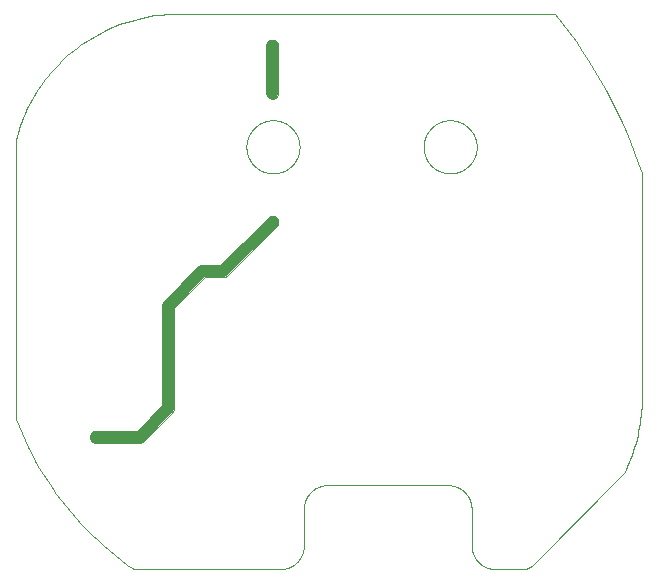
<source format=gko>
G75*
%MOIN*%
%OFA0B0*%
%FSLAX25Y25*%
%IPPOS*%
%LPD*%
%AMOC8*
5,1,8,0,0,1.08239X$1,22.5*
%
%ADD10C,0.03937*%
%ADD11C,0.00000*%
D10*
X0028938Y0047165D02*
X0043505Y0047165D01*
X0052954Y0056614D01*
X0052954Y0090866D01*
X0064371Y0102283D01*
X0071245Y0102283D01*
X0087781Y0118819D01*
X0087694Y0161839D02*
X0087694Y0177587D01*
D11*
X0090356Y0003071D02*
X0041537Y0003071D01*
X0043477Y0045197D02*
X0028938Y0045197D01*
X0028938Y0045196D02*
X0028852Y0045198D01*
X0028766Y0045203D01*
X0028681Y0045213D01*
X0028596Y0045226D01*
X0028512Y0045243D01*
X0028428Y0045263D01*
X0028346Y0045287D01*
X0028265Y0045315D01*
X0028184Y0045346D01*
X0028106Y0045380D01*
X0028029Y0045418D01*
X0027953Y0045460D01*
X0027880Y0045504D01*
X0027809Y0045552D01*
X0027739Y0045603D01*
X0027672Y0045657D01*
X0027608Y0045713D01*
X0027546Y0045773D01*
X0027486Y0045835D01*
X0027430Y0045899D01*
X0027376Y0045966D01*
X0027325Y0046036D01*
X0027277Y0046107D01*
X0027233Y0046181D01*
X0027191Y0046256D01*
X0027153Y0046333D01*
X0027119Y0046411D01*
X0027088Y0046492D01*
X0027060Y0046573D01*
X0027036Y0046655D01*
X0027016Y0046739D01*
X0026999Y0046823D01*
X0026986Y0046908D01*
X0026976Y0046993D01*
X0026971Y0047079D01*
X0026969Y0047165D01*
X0026971Y0047251D01*
X0026976Y0047337D01*
X0026986Y0047422D01*
X0026999Y0047507D01*
X0027016Y0047591D01*
X0027036Y0047675D01*
X0027060Y0047757D01*
X0027088Y0047838D01*
X0027119Y0047919D01*
X0027153Y0047997D01*
X0027191Y0048074D01*
X0027233Y0048150D01*
X0027277Y0048223D01*
X0027325Y0048294D01*
X0027376Y0048364D01*
X0027430Y0048431D01*
X0027486Y0048495D01*
X0027546Y0048557D01*
X0027608Y0048617D01*
X0027672Y0048673D01*
X0027739Y0048727D01*
X0027809Y0048778D01*
X0027880Y0048826D01*
X0027954Y0048870D01*
X0028029Y0048912D01*
X0028106Y0048950D01*
X0028184Y0048984D01*
X0028265Y0049015D01*
X0028346Y0049043D01*
X0028428Y0049067D01*
X0028512Y0049087D01*
X0028596Y0049104D01*
X0028681Y0049117D01*
X0028766Y0049127D01*
X0028852Y0049132D01*
X0028938Y0049134D01*
X0042718Y0049134D01*
X0050986Y0057401D01*
X0050986Y0090838D01*
X0051562Y0092230D02*
X0063007Y0103675D01*
X0064399Y0104252D02*
X0070458Y0104252D01*
X0086437Y0120230D01*
X0087781Y0120787D02*
X0087864Y0120785D01*
X0087947Y0120780D01*
X0088029Y0120771D01*
X0088111Y0120758D01*
X0088192Y0120742D01*
X0088273Y0120722D01*
X0088353Y0120699D01*
X0088431Y0120672D01*
X0088508Y0120642D01*
X0088584Y0120609D01*
X0088659Y0120572D01*
X0088732Y0120532D01*
X0088802Y0120489D01*
X0088871Y0120443D01*
X0088938Y0120394D01*
X0089003Y0120342D01*
X0089065Y0120288D01*
X0089125Y0120230D01*
X0089193Y0120163D01*
X0089192Y0120163D02*
X0089250Y0120103D01*
X0089304Y0120041D01*
X0089356Y0119976D01*
X0089405Y0119909D01*
X0089451Y0119840D01*
X0089494Y0119770D01*
X0089534Y0119697D01*
X0089571Y0119622D01*
X0089604Y0119546D01*
X0089634Y0119469D01*
X0089661Y0119391D01*
X0089684Y0119311D01*
X0089704Y0119230D01*
X0089720Y0119149D01*
X0089733Y0119067D01*
X0089742Y0118985D01*
X0089747Y0118902D01*
X0089749Y0118819D01*
X0089193Y0117475D02*
X0072609Y0100891D01*
X0071217Y0100315D02*
X0065159Y0100315D01*
X0054923Y0090079D01*
X0054923Y0056642D01*
X0054346Y0055250D02*
X0044869Y0045773D01*
X0044807Y0045713D01*
X0044743Y0045657D01*
X0044676Y0045603D01*
X0044606Y0045552D01*
X0044535Y0045504D01*
X0044462Y0045460D01*
X0044386Y0045418D01*
X0044309Y0045380D01*
X0044231Y0045346D01*
X0044150Y0045315D01*
X0044069Y0045287D01*
X0043987Y0045263D01*
X0043903Y0045243D01*
X0043819Y0045226D01*
X0043734Y0045213D01*
X0043649Y0045203D01*
X0043563Y0045198D01*
X0043477Y0045196D01*
X0054346Y0055250D02*
X0054406Y0055312D01*
X0054462Y0055376D01*
X0054516Y0055443D01*
X0054567Y0055513D01*
X0054615Y0055584D01*
X0054659Y0055657D01*
X0054701Y0055733D01*
X0054739Y0055810D01*
X0054773Y0055888D01*
X0054804Y0055969D01*
X0054832Y0056050D01*
X0054856Y0056132D01*
X0054876Y0056216D01*
X0054893Y0056300D01*
X0054906Y0056385D01*
X0054916Y0056470D01*
X0054921Y0056556D01*
X0054923Y0056642D01*
X0210827Y0134961D02*
X0209626Y0138571D01*
X0208339Y0142151D01*
X0206969Y0145701D01*
X0205514Y0149217D01*
X0203977Y0152697D01*
X0202358Y0156140D01*
X0200659Y0159544D01*
X0198879Y0162907D01*
X0197020Y0166227D01*
X0195084Y0169502D01*
X0193070Y0172731D01*
X0190981Y0175911D01*
X0188817Y0179040D01*
X0186580Y0182118D01*
X0184271Y0185142D01*
X0181891Y0188110D01*
X0053741Y0188110D01*
X0085726Y0177587D02*
X0085726Y0161839D01*
X0085725Y0161839D02*
X0085727Y0161753D01*
X0085732Y0161667D01*
X0085742Y0161582D01*
X0085755Y0161497D01*
X0085772Y0161413D01*
X0085792Y0161329D01*
X0085816Y0161247D01*
X0085844Y0161166D01*
X0085875Y0161085D01*
X0085909Y0161007D01*
X0085947Y0160930D01*
X0085989Y0160854D01*
X0086033Y0160781D01*
X0086081Y0160710D01*
X0086132Y0160640D01*
X0086186Y0160573D01*
X0086242Y0160509D01*
X0086302Y0160447D01*
X0086364Y0160387D01*
X0086428Y0160331D01*
X0086495Y0160277D01*
X0086565Y0160226D01*
X0086636Y0160178D01*
X0086710Y0160134D01*
X0086785Y0160092D01*
X0086862Y0160054D01*
X0086941Y0160020D01*
X0087021Y0159989D01*
X0087102Y0159961D01*
X0087184Y0159937D01*
X0087268Y0159917D01*
X0087352Y0159900D01*
X0087437Y0159887D01*
X0087522Y0159877D01*
X0087608Y0159872D01*
X0087694Y0159870D01*
X0087694Y0159871D02*
X0087780Y0159873D01*
X0087866Y0159878D01*
X0087951Y0159888D01*
X0088036Y0159901D01*
X0088120Y0159918D01*
X0088203Y0159938D01*
X0088286Y0159962D01*
X0088367Y0159990D01*
X0088447Y0160021D01*
X0088526Y0160055D01*
X0088603Y0160093D01*
X0088678Y0160135D01*
X0088751Y0160179D01*
X0088823Y0160227D01*
X0088892Y0160278D01*
X0088959Y0160331D01*
X0089024Y0160388D01*
X0089086Y0160447D01*
X0089145Y0160509D01*
X0089202Y0160574D01*
X0089255Y0160641D01*
X0089306Y0160710D01*
X0089354Y0160782D01*
X0089398Y0160855D01*
X0089440Y0160930D01*
X0089478Y0161007D01*
X0089512Y0161086D01*
X0089543Y0161166D01*
X0089571Y0161247D01*
X0089595Y0161330D01*
X0089615Y0161413D01*
X0089632Y0161497D01*
X0089645Y0161582D01*
X0089655Y0161667D01*
X0089660Y0161753D01*
X0089662Y0161839D01*
X0089663Y0161839D02*
X0089663Y0177587D01*
X0087694Y0179556D02*
X0087608Y0179554D01*
X0087522Y0179549D01*
X0087437Y0179539D01*
X0087352Y0179526D01*
X0087268Y0179509D01*
X0087184Y0179489D01*
X0087102Y0179465D01*
X0087021Y0179437D01*
X0086940Y0179406D01*
X0086862Y0179372D01*
X0086785Y0179334D01*
X0086710Y0179292D01*
X0086636Y0179248D01*
X0086565Y0179200D01*
X0086495Y0179149D01*
X0086428Y0179095D01*
X0086364Y0179039D01*
X0086302Y0178979D01*
X0086242Y0178917D01*
X0086186Y0178853D01*
X0086132Y0178786D01*
X0086081Y0178716D01*
X0086033Y0178645D01*
X0085989Y0178572D01*
X0085947Y0178496D01*
X0085909Y0178419D01*
X0085875Y0178341D01*
X0085844Y0178260D01*
X0085816Y0178179D01*
X0085792Y0178097D01*
X0085772Y0178013D01*
X0085755Y0177929D01*
X0085742Y0177844D01*
X0085732Y0177759D01*
X0085727Y0177673D01*
X0085725Y0177587D01*
X0087694Y0179556D02*
X0087780Y0179554D01*
X0087866Y0179549D01*
X0087951Y0179539D01*
X0088036Y0179526D01*
X0088120Y0179509D01*
X0088204Y0179489D01*
X0088286Y0179465D01*
X0088367Y0179437D01*
X0088448Y0179406D01*
X0088526Y0179372D01*
X0088603Y0179334D01*
X0088679Y0179292D01*
X0088752Y0179248D01*
X0088823Y0179200D01*
X0088893Y0179149D01*
X0088960Y0179095D01*
X0089024Y0179039D01*
X0089086Y0178979D01*
X0089146Y0178917D01*
X0089202Y0178853D01*
X0089256Y0178786D01*
X0089307Y0178716D01*
X0089355Y0178645D01*
X0089399Y0178571D01*
X0089441Y0178496D01*
X0089479Y0178419D01*
X0089513Y0178340D01*
X0089544Y0178260D01*
X0089572Y0178179D01*
X0089596Y0178097D01*
X0089616Y0178013D01*
X0089633Y0177929D01*
X0089646Y0177844D01*
X0089656Y0177759D01*
X0089661Y0177673D01*
X0089663Y0177587D01*
X0079080Y0143819D02*
X0079083Y0144036D01*
X0079091Y0144254D01*
X0079104Y0144471D01*
X0079123Y0144687D01*
X0079147Y0144903D01*
X0079176Y0145119D01*
X0079210Y0145333D01*
X0079250Y0145547D01*
X0079295Y0145760D01*
X0079345Y0145971D01*
X0079401Y0146182D01*
X0079461Y0146390D01*
X0079527Y0146598D01*
X0079598Y0146803D01*
X0079674Y0147007D01*
X0079754Y0147209D01*
X0079840Y0147409D01*
X0079930Y0147606D01*
X0080026Y0147802D01*
X0080126Y0147995D01*
X0080231Y0148185D01*
X0080340Y0148373D01*
X0080454Y0148558D01*
X0080573Y0148740D01*
X0080696Y0148920D01*
X0080823Y0149096D01*
X0080955Y0149269D01*
X0081091Y0149438D01*
X0081231Y0149605D01*
X0081375Y0149768D01*
X0081523Y0149927D01*
X0081674Y0150083D01*
X0081830Y0150234D01*
X0081989Y0150382D01*
X0082152Y0150526D01*
X0082319Y0150666D01*
X0082488Y0150802D01*
X0082661Y0150934D01*
X0082837Y0151061D01*
X0083017Y0151184D01*
X0083199Y0151303D01*
X0083384Y0151417D01*
X0083572Y0151526D01*
X0083762Y0151631D01*
X0083955Y0151731D01*
X0084151Y0151827D01*
X0084348Y0151917D01*
X0084548Y0152003D01*
X0084750Y0152083D01*
X0084954Y0152159D01*
X0085159Y0152230D01*
X0085367Y0152296D01*
X0085575Y0152356D01*
X0085786Y0152412D01*
X0085997Y0152462D01*
X0086210Y0152507D01*
X0086424Y0152547D01*
X0086638Y0152581D01*
X0086854Y0152610D01*
X0087070Y0152634D01*
X0087286Y0152653D01*
X0087503Y0152666D01*
X0087721Y0152674D01*
X0087938Y0152677D01*
X0088155Y0152674D01*
X0088373Y0152666D01*
X0088590Y0152653D01*
X0088806Y0152634D01*
X0089022Y0152610D01*
X0089238Y0152581D01*
X0089452Y0152547D01*
X0089666Y0152507D01*
X0089879Y0152462D01*
X0090090Y0152412D01*
X0090301Y0152356D01*
X0090509Y0152296D01*
X0090717Y0152230D01*
X0090922Y0152159D01*
X0091126Y0152083D01*
X0091328Y0152003D01*
X0091528Y0151917D01*
X0091725Y0151827D01*
X0091921Y0151731D01*
X0092114Y0151631D01*
X0092304Y0151526D01*
X0092492Y0151417D01*
X0092677Y0151303D01*
X0092859Y0151184D01*
X0093039Y0151061D01*
X0093215Y0150934D01*
X0093388Y0150802D01*
X0093557Y0150666D01*
X0093724Y0150526D01*
X0093887Y0150382D01*
X0094046Y0150234D01*
X0094202Y0150083D01*
X0094353Y0149927D01*
X0094501Y0149768D01*
X0094645Y0149605D01*
X0094785Y0149438D01*
X0094921Y0149269D01*
X0095053Y0149096D01*
X0095180Y0148920D01*
X0095303Y0148740D01*
X0095422Y0148558D01*
X0095536Y0148373D01*
X0095645Y0148185D01*
X0095750Y0147995D01*
X0095850Y0147802D01*
X0095946Y0147606D01*
X0096036Y0147409D01*
X0096122Y0147209D01*
X0096202Y0147007D01*
X0096278Y0146803D01*
X0096349Y0146598D01*
X0096415Y0146390D01*
X0096475Y0146182D01*
X0096531Y0145971D01*
X0096581Y0145760D01*
X0096626Y0145547D01*
X0096666Y0145333D01*
X0096700Y0145119D01*
X0096729Y0144903D01*
X0096753Y0144687D01*
X0096772Y0144471D01*
X0096785Y0144254D01*
X0096793Y0144036D01*
X0096796Y0143819D01*
X0096793Y0143602D01*
X0096785Y0143384D01*
X0096772Y0143167D01*
X0096753Y0142951D01*
X0096729Y0142735D01*
X0096700Y0142519D01*
X0096666Y0142305D01*
X0096626Y0142091D01*
X0096581Y0141878D01*
X0096531Y0141667D01*
X0096475Y0141456D01*
X0096415Y0141248D01*
X0096349Y0141040D01*
X0096278Y0140835D01*
X0096202Y0140631D01*
X0096122Y0140429D01*
X0096036Y0140229D01*
X0095946Y0140032D01*
X0095850Y0139836D01*
X0095750Y0139643D01*
X0095645Y0139453D01*
X0095536Y0139265D01*
X0095422Y0139080D01*
X0095303Y0138898D01*
X0095180Y0138718D01*
X0095053Y0138542D01*
X0094921Y0138369D01*
X0094785Y0138200D01*
X0094645Y0138033D01*
X0094501Y0137870D01*
X0094353Y0137711D01*
X0094202Y0137555D01*
X0094046Y0137404D01*
X0093887Y0137256D01*
X0093724Y0137112D01*
X0093557Y0136972D01*
X0093388Y0136836D01*
X0093215Y0136704D01*
X0093039Y0136577D01*
X0092859Y0136454D01*
X0092677Y0136335D01*
X0092492Y0136221D01*
X0092304Y0136112D01*
X0092114Y0136007D01*
X0091921Y0135907D01*
X0091725Y0135811D01*
X0091528Y0135721D01*
X0091328Y0135635D01*
X0091126Y0135555D01*
X0090922Y0135479D01*
X0090717Y0135408D01*
X0090509Y0135342D01*
X0090301Y0135282D01*
X0090090Y0135226D01*
X0089879Y0135176D01*
X0089666Y0135131D01*
X0089452Y0135091D01*
X0089238Y0135057D01*
X0089022Y0135028D01*
X0088806Y0135004D01*
X0088590Y0134985D01*
X0088373Y0134972D01*
X0088155Y0134964D01*
X0087938Y0134961D01*
X0087721Y0134964D01*
X0087503Y0134972D01*
X0087286Y0134985D01*
X0087070Y0135004D01*
X0086854Y0135028D01*
X0086638Y0135057D01*
X0086424Y0135091D01*
X0086210Y0135131D01*
X0085997Y0135176D01*
X0085786Y0135226D01*
X0085575Y0135282D01*
X0085367Y0135342D01*
X0085159Y0135408D01*
X0084954Y0135479D01*
X0084750Y0135555D01*
X0084548Y0135635D01*
X0084348Y0135721D01*
X0084151Y0135811D01*
X0083955Y0135907D01*
X0083762Y0136007D01*
X0083572Y0136112D01*
X0083384Y0136221D01*
X0083199Y0136335D01*
X0083017Y0136454D01*
X0082837Y0136577D01*
X0082661Y0136704D01*
X0082488Y0136836D01*
X0082319Y0136972D01*
X0082152Y0137112D01*
X0081989Y0137256D01*
X0081830Y0137404D01*
X0081674Y0137555D01*
X0081523Y0137711D01*
X0081375Y0137870D01*
X0081231Y0138033D01*
X0081091Y0138200D01*
X0080955Y0138369D01*
X0080823Y0138542D01*
X0080696Y0138718D01*
X0080573Y0138898D01*
X0080454Y0139080D01*
X0080340Y0139265D01*
X0080231Y0139453D01*
X0080126Y0139643D01*
X0080026Y0139836D01*
X0079930Y0140032D01*
X0079840Y0140229D01*
X0079754Y0140429D01*
X0079674Y0140631D01*
X0079598Y0140835D01*
X0079527Y0141040D01*
X0079461Y0141248D01*
X0079401Y0141456D01*
X0079345Y0141667D01*
X0079295Y0141878D01*
X0079250Y0142091D01*
X0079210Y0142305D01*
X0079176Y0142519D01*
X0079147Y0142735D01*
X0079123Y0142951D01*
X0079104Y0143167D01*
X0079091Y0143384D01*
X0079083Y0143602D01*
X0079080Y0143819D01*
X0053741Y0188111D02*
X0052396Y0188036D01*
X0051054Y0187928D01*
X0049714Y0187788D01*
X0048378Y0187615D01*
X0047047Y0187411D01*
X0045721Y0187174D01*
X0044402Y0186905D01*
X0043089Y0186604D01*
X0041784Y0186272D01*
X0040487Y0185908D01*
X0039199Y0185513D01*
X0037922Y0185086D01*
X0036655Y0184629D01*
X0035399Y0184142D01*
X0034156Y0183624D01*
X0032925Y0183076D01*
X0031709Y0182499D01*
X0030506Y0181893D01*
X0029319Y0181257D01*
X0028147Y0180593D01*
X0026991Y0179901D01*
X0025853Y0179181D01*
X0024733Y0178434D01*
X0023630Y0177660D01*
X0022547Y0176859D01*
X0021484Y0176033D01*
X0020441Y0175181D01*
X0019419Y0174304D01*
X0018418Y0173402D01*
X0017439Y0172477D01*
X0016483Y0171528D01*
X0015551Y0170556D01*
X0014642Y0169563D01*
X0013757Y0168547D01*
X0012898Y0167510D01*
X0012063Y0166453D01*
X0011255Y0165376D01*
X0010472Y0164280D01*
X0009717Y0163165D01*
X0008988Y0162032D01*
X0008288Y0160881D01*
X0007615Y0159715D01*
X0006971Y0158532D01*
X0006355Y0157334D01*
X0005769Y0156121D01*
X0005212Y0154895D01*
X0004685Y0153656D01*
X0004188Y0152404D01*
X0003722Y0151140D01*
X0003286Y0149866D01*
X0002882Y0148581D01*
X0002508Y0147287D01*
X0002166Y0145985D01*
X0002167Y0145984D02*
X0002167Y0053071D01*
X0050985Y0090838D02*
X0050987Y0090924D01*
X0050992Y0091010D01*
X0051002Y0091095D01*
X0051015Y0091180D01*
X0051032Y0091264D01*
X0051052Y0091348D01*
X0051076Y0091430D01*
X0051104Y0091511D01*
X0051135Y0091592D01*
X0051169Y0091670D01*
X0051207Y0091747D01*
X0051249Y0091823D01*
X0051293Y0091896D01*
X0051341Y0091967D01*
X0051392Y0092037D01*
X0051446Y0092104D01*
X0051502Y0092168D01*
X0051562Y0092230D01*
X0063007Y0103675D02*
X0063069Y0103735D01*
X0063133Y0103791D01*
X0063200Y0103845D01*
X0063270Y0103896D01*
X0063341Y0103944D01*
X0063414Y0103988D01*
X0063490Y0104030D01*
X0063567Y0104068D01*
X0063645Y0104102D01*
X0063726Y0104133D01*
X0063807Y0104161D01*
X0063889Y0104185D01*
X0063973Y0104205D01*
X0064057Y0104222D01*
X0064142Y0104235D01*
X0064227Y0104245D01*
X0064313Y0104250D01*
X0064399Y0104252D01*
X0071217Y0100314D02*
X0071303Y0100316D01*
X0071389Y0100321D01*
X0071474Y0100331D01*
X0071559Y0100344D01*
X0071643Y0100361D01*
X0071727Y0100381D01*
X0071809Y0100405D01*
X0071890Y0100433D01*
X0071971Y0100464D01*
X0072049Y0100498D01*
X0072126Y0100536D01*
X0072202Y0100578D01*
X0072275Y0100622D01*
X0072346Y0100670D01*
X0072416Y0100721D01*
X0072483Y0100775D01*
X0072547Y0100831D01*
X0072609Y0100891D01*
X0089192Y0117475D02*
X0089250Y0117535D01*
X0089304Y0117597D01*
X0089356Y0117662D01*
X0089405Y0117729D01*
X0089451Y0117798D01*
X0089494Y0117868D01*
X0089534Y0117941D01*
X0089571Y0118016D01*
X0089604Y0118092D01*
X0089634Y0118169D01*
X0089661Y0118247D01*
X0089684Y0118327D01*
X0089704Y0118408D01*
X0089720Y0118489D01*
X0089733Y0118571D01*
X0089742Y0118653D01*
X0089747Y0118736D01*
X0089749Y0118819D01*
X0087781Y0120787D02*
X0087698Y0120785D01*
X0087615Y0120780D01*
X0087533Y0120771D01*
X0087451Y0120758D01*
X0087370Y0120742D01*
X0087289Y0120722D01*
X0087209Y0120699D01*
X0087131Y0120672D01*
X0087054Y0120642D01*
X0086978Y0120609D01*
X0086903Y0120572D01*
X0086830Y0120532D01*
X0086760Y0120489D01*
X0086691Y0120443D01*
X0086624Y0120394D01*
X0086559Y0120342D01*
X0086497Y0120288D01*
X0086437Y0120230D01*
X0002167Y0053071D02*
X0003128Y0050673D01*
X0004146Y0048298D01*
X0005221Y0045949D01*
X0006351Y0043626D01*
X0007536Y0041330D01*
X0008775Y0039063D01*
X0010068Y0036826D01*
X0011414Y0034621D01*
X0012812Y0032449D01*
X0014261Y0030310D01*
X0015761Y0028206D01*
X0017310Y0026139D01*
X0018909Y0024109D01*
X0020555Y0022118D01*
X0022248Y0020167D01*
X0023987Y0018256D01*
X0025771Y0016388D01*
X0027599Y0014562D01*
X0029470Y0012781D01*
X0031383Y0011044D01*
X0033336Y0009354D01*
X0035330Y0007710D01*
X0037362Y0006115D01*
X0039431Y0004568D01*
X0041537Y0003071D01*
X0090356Y0003071D02*
X0090546Y0003073D01*
X0090736Y0003080D01*
X0090926Y0003092D01*
X0091116Y0003108D01*
X0091305Y0003128D01*
X0091494Y0003154D01*
X0091682Y0003183D01*
X0091869Y0003218D01*
X0092055Y0003257D01*
X0092240Y0003300D01*
X0092425Y0003348D01*
X0092608Y0003400D01*
X0092789Y0003456D01*
X0092969Y0003517D01*
X0093148Y0003583D01*
X0093325Y0003652D01*
X0093501Y0003726D01*
X0093674Y0003804D01*
X0093846Y0003887D01*
X0094015Y0003973D01*
X0094183Y0004063D01*
X0094348Y0004158D01*
X0094511Y0004256D01*
X0094671Y0004359D01*
X0094829Y0004465D01*
X0094984Y0004575D01*
X0095137Y0004688D01*
X0095287Y0004806D01*
X0095433Y0004927D01*
X0095577Y0005051D01*
X0095718Y0005179D01*
X0095856Y0005310D01*
X0095991Y0005445D01*
X0096122Y0005583D01*
X0096250Y0005724D01*
X0096374Y0005868D01*
X0096495Y0006014D01*
X0096613Y0006164D01*
X0096726Y0006317D01*
X0096836Y0006472D01*
X0096942Y0006630D01*
X0097045Y0006790D01*
X0097143Y0006953D01*
X0097238Y0007118D01*
X0097328Y0007286D01*
X0097414Y0007455D01*
X0097497Y0007627D01*
X0097575Y0007800D01*
X0097649Y0007976D01*
X0097718Y0008153D01*
X0097784Y0008332D01*
X0097845Y0008512D01*
X0097901Y0008693D01*
X0097953Y0008876D01*
X0098001Y0009061D01*
X0098044Y0009246D01*
X0098083Y0009432D01*
X0098118Y0009619D01*
X0098147Y0009807D01*
X0098173Y0009996D01*
X0098193Y0010185D01*
X0098209Y0010375D01*
X0098221Y0010565D01*
X0098228Y0010755D01*
X0098230Y0010945D01*
X0098230Y0023161D01*
X0098232Y0023351D01*
X0098239Y0023541D01*
X0098251Y0023731D01*
X0098267Y0023921D01*
X0098287Y0024110D01*
X0098313Y0024299D01*
X0098342Y0024487D01*
X0098377Y0024674D01*
X0098416Y0024860D01*
X0098459Y0025045D01*
X0098507Y0025230D01*
X0098559Y0025413D01*
X0098615Y0025594D01*
X0098676Y0025774D01*
X0098742Y0025953D01*
X0098811Y0026130D01*
X0098885Y0026306D01*
X0098963Y0026479D01*
X0099046Y0026651D01*
X0099132Y0026820D01*
X0099222Y0026988D01*
X0099317Y0027153D01*
X0099415Y0027316D01*
X0099518Y0027476D01*
X0099624Y0027634D01*
X0099734Y0027789D01*
X0099847Y0027942D01*
X0099965Y0028092D01*
X0100086Y0028238D01*
X0100210Y0028382D01*
X0100338Y0028523D01*
X0100469Y0028661D01*
X0100604Y0028796D01*
X0100742Y0028927D01*
X0100883Y0029055D01*
X0101027Y0029179D01*
X0101173Y0029300D01*
X0101323Y0029418D01*
X0101476Y0029531D01*
X0101631Y0029641D01*
X0101789Y0029747D01*
X0101949Y0029850D01*
X0102112Y0029948D01*
X0102277Y0030043D01*
X0102445Y0030133D01*
X0102614Y0030219D01*
X0102786Y0030302D01*
X0102959Y0030380D01*
X0103135Y0030454D01*
X0103312Y0030523D01*
X0103491Y0030589D01*
X0103671Y0030650D01*
X0103852Y0030706D01*
X0104035Y0030758D01*
X0104220Y0030806D01*
X0104405Y0030849D01*
X0104591Y0030888D01*
X0104778Y0030923D01*
X0104966Y0030952D01*
X0105155Y0030978D01*
X0105344Y0030998D01*
X0105534Y0031014D01*
X0105724Y0031026D01*
X0105914Y0031033D01*
X0106104Y0031035D01*
X0146261Y0031035D01*
X0146451Y0031033D01*
X0146641Y0031026D01*
X0146831Y0031014D01*
X0147021Y0030998D01*
X0147210Y0030978D01*
X0147399Y0030952D01*
X0147587Y0030923D01*
X0147774Y0030888D01*
X0147960Y0030849D01*
X0148145Y0030806D01*
X0148330Y0030758D01*
X0148513Y0030706D01*
X0148694Y0030650D01*
X0148874Y0030589D01*
X0149053Y0030523D01*
X0149230Y0030454D01*
X0149406Y0030380D01*
X0149579Y0030302D01*
X0149751Y0030219D01*
X0149920Y0030133D01*
X0150088Y0030043D01*
X0150253Y0029948D01*
X0150416Y0029850D01*
X0150576Y0029747D01*
X0150734Y0029641D01*
X0150889Y0029531D01*
X0151042Y0029418D01*
X0151192Y0029300D01*
X0151338Y0029179D01*
X0151482Y0029055D01*
X0151623Y0028927D01*
X0151761Y0028796D01*
X0151896Y0028661D01*
X0152027Y0028523D01*
X0152155Y0028382D01*
X0152279Y0028238D01*
X0152400Y0028092D01*
X0152518Y0027942D01*
X0152631Y0027789D01*
X0152741Y0027634D01*
X0152847Y0027476D01*
X0152950Y0027316D01*
X0153048Y0027153D01*
X0153143Y0026988D01*
X0153233Y0026820D01*
X0153319Y0026651D01*
X0153402Y0026479D01*
X0153480Y0026306D01*
X0153554Y0026130D01*
X0153623Y0025953D01*
X0153689Y0025774D01*
X0153750Y0025594D01*
X0153806Y0025413D01*
X0153858Y0025230D01*
X0153906Y0025045D01*
X0153949Y0024860D01*
X0153988Y0024674D01*
X0154023Y0024487D01*
X0154052Y0024299D01*
X0154078Y0024110D01*
X0154098Y0023921D01*
X0154114Y0023731D01*
X0154126Y0023541D01*
X0154133Y0023351D01*
X0154135Y0023161D01*
X0154135Y0010945D01*
X0154137Y0010755D01*
X0154144Y0010565D01*
X0154156Y0010375D01*
X0154172Y0010185D01*
X0154192Y0009996D01*
X0154218Y0009807D01*
X0154247Y0009619D01*
X0154282Y0009432D01*
X0154321Y0009246D01*
X0154364Y0009061D01*
X0154412Y0008876D01*
X0154464Y0008693D01*
X0154520Y0008512D01*
X0154581Y0008332D01*
X0154647Y0008153D01*
X0154716Y0007976D01*
X0154790Y0007800D01*
X0154868Y0007627D01*
X0154951Y0007455D01*
X0155037Y0007286D01*
X0155127Y0007118D01*
X0155222Y0006953D01*
X0155320Y0006790D01*
X0155423Y0006630D01*
X0155529Y0006472D01*
X0155639Y0006317D01*
X0155752Y0006164D01*
X0155870Y0006014D01*
X0155991Y0005868D01*
X0156115Y0005724D01*
X0156243Y0005583D01*
X0156374Y0005445D01*
X0156509Y0005310D01*
X0156647Y0005179D01*
X0156788Y0005051D01*
X0156932Y0004927D01*
X0157078Y0004806D01*
X0157228Y0004688D01*
X0157381Y0004575D01*
X0157536Y0004465D01*
X0157694Y0004359D01*
X0157854Y0004256D01*
X0158017Y0004158D01*
X0158182Y0004063D01*
X0158350Y0003973D01*
X0158519Y0003887D01*
X0158691Y0003804D01*
X0158864Y0003726D01*
X0159040Y0003652D01*
X0159217Y0003583D01*
X0159396Y0003517D01*
X0159576Y0003456D01*
X0159757Y0003400D01*
X0159940Y0003348D01*
X0160125Y0003300D01*
X0160310Y0003257D01*
X0160496Y0003218D01*
X0160683Y0003183D01*
X0160871Y0003154D01*
X0161060Y0003128D01*
X0161249Y0003108D01*
X0161439Y0003092D01*
X0161629Y0003080D01*
X0161819Y0003073D01*
X0162009Y0003071D01*
X0171402Y0003071D01*
X0174186Y0004224D02*
X0204923Y0034961D01*
X0210828Y0057008D02*
X0210828Y0134961D01*
X0138135Y0143819D02*
X0138138Y0144036D01*
X0138146Y0144254D01*
X0138159Y0144471D01*
X0138178Y0144687D01*
X0138202Y0144903D01*
X0138231Y0145119D01*
X0138265Y0145333D01*
X0138305Y0145547D01*
X0138350Y0145760D01*
X0138400Y0145971D01*
X0138456Y0146182D01*
X0138516Y0146390D01*
X0138582Y0146598D01*
X0138653Y0146803D01*
X0138729Y0147007D01*
X0138809Y0147209D01*
X0138895Y0147409D01*
X0138985Y0147606D01*
X0139081Y0147802D01*
X0139181Y0147995D01*
X0139286Y0148185D01*
X0139395Y0148373D01*
X0139509Y0148558D01*
X0139628Y0148740D01*
X0139751Y0148920D01*
X0139878Y0149096D01*
X0140010Y0149269D01*
X0140146Y0149438D01*
X0140286Y0149605D01*
X0140430Y0149768D01*
X0140578Y0149927D01*
X0140729Y0150083D01*
X0140885Y0150234D01*
X0141044Y0150382D01*
X0141207Y0150526D01*
X0141374Y0150666D01*
X0141543Y0150802D01*
X0141716Y0150934D01*
X0141892Y0151061D01*
X0142072Y0151184D01*
X0142254Y0151303D01*
X0142439Y0151417D01*
X0142627Y0151526D01*
X0142817Y0151631D01*
X0143010Y0151731D01*
X0143206Y0151827D01*
X0143403Y0151917D01*
X0143603Y0152003D01*
X0143805Y0152083D01*
X0144009Y0152159D01*
X0144214Y0152230D01*
X0144422Y0152296D01*
X0144630Y0152356D01*
X0144841Y0152412D01*
X0145052Y0152462D01*
X0145265Y0152507D01*
X0145479Y0152547D01*
X0145693Y0152581D01*
X0145909Y0152610D01*
X0146125Y0152634D01*
X0146341Y0152653D01*
X0146558Y0152666D01*
X0146776Y0152674D01*
X0146993Y0152677D01*
X0147210Y0152674D01*
X0147428Y0152666D01*
X0147645Y0152653D01*
X0147861Y0152634D01*
X0148077Y0152610D01*
X0148293Y0152581D01*
X0148507Y0152547D01*
X0148721Y0152507D01*
X0148934Y0152462D01*
X0149145Y0152412D01*
X0149356Y0152356D01*
X0149564Y0152296D01*
X0149772Y0152230D01*
X0149977Y0152159D01*
X0150181Y0152083D01*
X0150383Y0152003D01*
X0150583Y0151917D01*
X0150780Y0151827D01*
X0150976Y0151731D01*
X0151169Y0151631D01*
X0151359Y0151526D01*
X0151547Y0151417D01*
X0151732Y0151303D01*
X0151914Y0151184D01*
X0152094Y0151061D01*
X0152270Y0150934D01*
X0152443Y0150802D01*
X0152612Y0150666D01*
X0152779Y0150526D01*
X0152942Y0150382D01*
X0153101Y0150234D01*
X0153257Y0150083D01*
X0153408Y0149927D01*
X0153556Y0149768D01*
X0153700Y0149605D01*
X0153840Y0149438D01*
X0153976Y0149269D01*
X0154108Y0149096D01*
X0154235Y0148920D01*
X0154358Y0148740D01*
X0154477Y0148558D01*
X0154591Y0148373D01*
X0154700Y0148185D01*
X0154805Y0147995D01*
X0154905Y0147802D01*
X0155001Y0147606D01*
X0155091Y0147409D01*
X0155177Y0147209D01*
X0155257Y0147007D01*
X0155333Y0146803D01*
X0155404Y0146598D01*
X0155470Y0146390D01*
X0155530Y0146182D01*
X0155586Y0145971D01*
X0155636Y0145760D01*
X0155681Y0145547D01*
X0155721Y0145333D01*
X0155755Y0145119D01*
X0155784Y0144903D01*
X0155808Y0144687D01*
X0155827Y0144471D01*
X0155840Y0144254D01*
X0155848Y0144036D01*
X0155851Y0143819D01*
X0155848Y0143602D01*
X0155840Y0143384D01*
X0155827Y0143167D01*
X0155808Y0142951D01*
X0155784Y0142735D01*
X0155755Y0142519D01*
X0155721Y0142305D01*
X0155681Y0142091D01*
X0155636Y0141878D01*
X0155586Y0141667D01*
X0155530Y0141456D01*
X0155470Y0141248D01*
X0155404Y0141040D01*
X0155333Y0140835D01*
X0155257Y0140631D01*
X0155177Y0140429D01*
X0155091Y0140229D01*
X0155001Y0140032D01*
X0154905Y0139836D01*
X0154805Y0139643D01*
X0154700Y0139453D01*
X0154591Y0139265D01*
X0154477Y0139080D01*
X0154358Y0138898D01*
X0154235Y0138718D01*
X0154108Y0138542D01*
X0153976Y0138369D01*
X0153840Y0138200D01*
X0153700Y0138033D01*
X0153556Y0137870D01*
X0153408Y0137711D01*
X0153257Y0137555D01*
X0153101Y0137404D01*
X0152942Y0137256D01*
X0152779Y0137112D01*
X0152612Y0136972D01*
X0152443Y0136836D01*
X0152270Y0136704D01*
X0152094Y0136577D01*
X0151914Y0136454D01*
X0151732Y0136335D01*
X0151547Y0136221D01*
X0151359Y0136112D01*
X0151169Y0136007D01*
X0150976Y0135907D01*
X0150780Y0135811D01*
X0150583Y0135721D01*
X0150383Y0135635D01*
X0150181Y0135555D01*
X0149977Y0135479D01*
X0149772Y0135408D01*
X0149564Y0135342D01*
X0149356Y0135282D01*
X0149145Y0135226D01*
X0148934Y0135176D01*
X0148721Y0135131D01*
X0148507Y0135091D01*
X0148293Y0135057D01*
X0148077Y0135028D01*
X0147861Y0135004D01*
X0147645Y0134985D01*
X0147428Y0134972D01*
X0147210Y0134964D01*
X0146993Y0134961D01*
X0146776Y0134964D01*
X0146558Y0134972D01*
X0146341Y0134985D01*
X0146125Y0135004D01*
X0145909Y0135028D01*
X0145693Y0135057D01*
X0145479Y0135091D01*
X0145265Y0135131D01*
X0145052Y0135176D01*
X0144841Y0135226D01*
X0144630Y0135282D01*
X0144422Y0135342D01*
X0144214Y0135408D01*
X0144009Y0135479D01*
X0143805Y0135555D01*
X0143603Y0135635D01*
X0143403Y0135721D01*
X0143206Y0135811D01*
X0143010Y0135907D01*
X0142817Y0136007D01*
X0142627Y0136112D01*
X0142439Y0136221D01*
X0142254Y0136335D01*
X0142072Y0136454D01*
X0141892Y0136577D01*
X0141716Y0136704D01*
X0141543Y0136836D01*
X0141374Y0136972D01*
X0141207Y0137112D01*
X0141044Y0137256D01*
X0140885Y0137404D01*
X0140729Y0137555D01*
X0140578Y0137711D01*
X0140430Y0137870D01*
X0140286Y0138033D01*
X0140146Y0138200D01*
X0140010Y0138369D01*
X0139878Y0138542D01*
X0139751Y0138718D01*
X0139628Y0138898D01*
X0139509Y0139080D01*
X0139395Y0139265D01*
X0139286Y0139453D01*
X0139181Y0139643D01*
X0139081Y0139836D01*
X0138985Y0140032D01*
X0138895Y0140229D01*
X0138809Y0140429D01*
X0138729Y0140631D01*
X0138653Y0140835D01*
X0138582Y0141040D01*
X0138516Y0141248D01*
X0138456Y0141456D01*
X0138400Y0141667D01*
X0138350Y0141878D01*
X0138305Y0142091D01*
X0138265Y0142305D01*
X0138231Y0142519D01*
X0138202Y0142735D01*
X0138178Y0142951D01*
X0138159Y0143167D01*
X0138146Y0143384D01*
X0138138Y0143602D01*
X0138135Y0143819D01*
X0210829Y0057008D02*
X0210733Y0055659D01*
X0210606Y0054313D01*
X0210446Y0052971D01*
X0210254Y0051633D01*
X0210031Y0050300D01*
X0209775Y0048972D01*
X0209488Y0047651D01*
X0209170Y0046337D01*
X0208820Y0045031D01*
X0208439Y0043734D01*
X0208027Y0042447D01*
X0207585Y0041169D01*
X0207112Y0039903D01*
X0206609Y0038648D01*
X0206077Y0037405D01*
X0205514Y0036176D01*
X0204923Y0034960D01*
X0174186Y0004224D02*
X0174097Y0004138D01*
X0174006Y0004055D01*
X0173912Y0003974D01*
X0173815Y0003897D01*
X0173716Y0003823D01*
X0173615Y0003752D01*
X0173512Y0003684D01*
X0173406Y0003619D01*
X0173299Y0003558D01*
X0173189Y0003500D01*
X0173078Y0003446D01*
X0172966Y0003395D01*
X0172851Y0003347D01*
X0172736Y0003304D01*
X0172619Y0003264D01*
X0172500Y0003227D01*
X0172381Y0003195D01*
X0172261Y0003166D01*
X0172140Y0003141D01*
X0172018Y0003119D01*
X0171895Y0003102D01*
X0171773Y0003088D01*
X0171649Y0003079D01*
X0171526Y0003073D01*
X0171402Y0003071D01*
M02*

</source>
